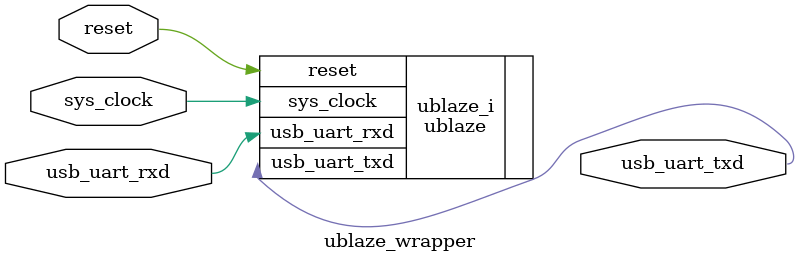
<source format=v>
`timescale 1 ps / 1 ps

module ublaze_wrapper
   (reset,
    sys_clock,
    usb_uart_rxd,
    usb_uart_txd);
  input reset;
  input sys_clock;
  input usb_uart_rxd;
  output usb_uart_txd;

  wire reset;
  wire sys_clock;
  wire usb_uart_rxd;
  wire usb_uart_txd;

  ublaze ublaze_i
       (.reset(reset),
        .sys_clock(sys_clock),
        .usb_uart_rxd(usb_uart_rxd),
        .usb_uart_txd(usb_uart_txd));
endmodule

</source>
